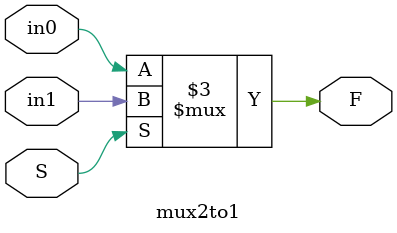
<source format=v>
module mux2to1 (in1, in0, S, F);
    inout in1,in0,S;
    output reg F;
always @(in1 or in0 or S) begin // (in1, in0, S) is also useable also always@(*)
    if (S)
    F = in1;
    else 
    F = in0;
end
endmodule
</source>
